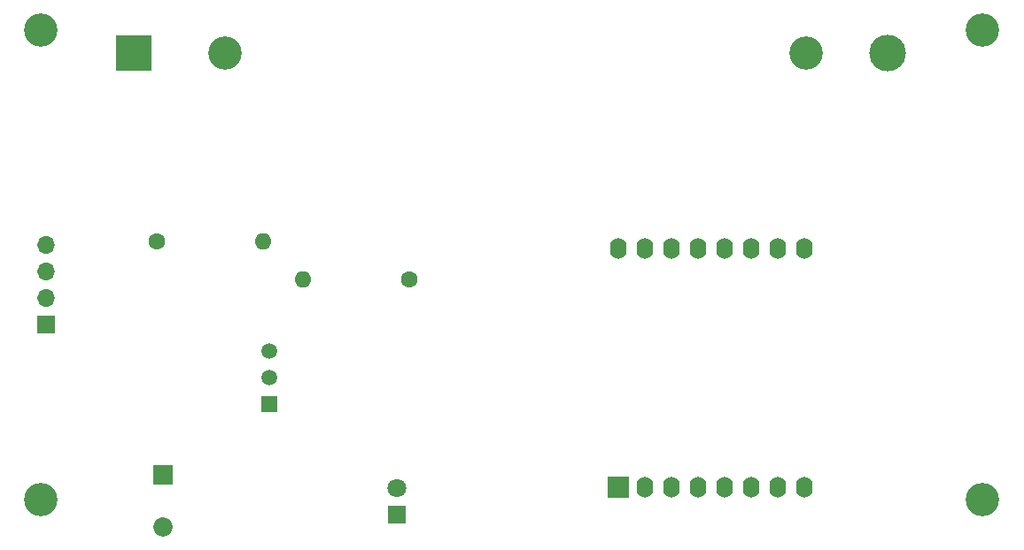
<source format=gbr>
%TF.GenerationSoftware,KiCad,Pcbnew,(5.1.10-1-10_14)*%
%TF.CreationDate,2021-11-27T08:47:14+01:00*%
%TF.ProjectId,Distance_Measurement_V2,44697374-616e-4636-955f-4d6561737572,Version 2 Rev. 01*%
%TF.SameCoordinates,Original*%
%TF.FileFunction,Soldermask,Bot*%
%TF.FilePolarity,Negative*%
%FSLAX46Y46*%
G04 Gerber Fmt 4.6, Leading zero omitted, Abs format (unit mm)*
G04 Created by KiCad (PCBNEW (5.1.10-1-10_14)) date 2021-11-27 08:47:14*
%MOMM*%
%LPD*%
G01*
G04 APERTURE LIST*
%ADD10C,1.850000*%
%ADD11R,1.850000X1.850000*%
%ADD12C,3.200000*%
%ADD13R,3.500000X3.500000*%
%ADD14C,3.500000*%
%ADD15O,1.600000X2.000000*%
%ADD16R,2.000000X2.000000*%
%ADD17O,1.600000X1.600000*%
%ADD18C,1.600000*%
%ADD19R,1.500000X1.500000*%
%ADD20C,1.500000*%
%ADD21C,1.800000*%
%ADD22R,1.800000X1.800000*%
%ADD23O,1.700000X1.700000*%
%ADD24R,1.700000X1.700000*%
G04 APERTURE END LIST*
D10*
%TO.C,LS1*%
X116128800Y-123414800D03*
D11*
X116128800Y-118414800D03*
%TD*%
D12*
%TO.C,BT1*%
X177589800Y-77978000D03*
X121979800Y-77978000D03*
D13*
X113334800Y-77978000D03*
D14*
X185334800Y-77978000D03*
%TD*%
D15*
%TO.C,U1*%
X159613600Y-96723200D03*
X162153600Y-96723200D03*
X164693600Y-96723200D03*
X167233600Y-96723200D03*
X169773600Y-96723200D03*
X172313600Y-96723200D03*
X174853600Y-96723200D03*
X177393600Y-96723200D03*
X177393600Y-119583200D03*
X174853600Y-119583200D03*
X172313600Y-119583200D03*
X169773600Y-119583200D03*
X167233600Y-119583200D03*
X164693600Y-119583200D03*
D16*
X159613600Y-119583200D03*
D15*
X162153600Y-119583200D03*
%TD*%
D17*
%TO.C,R2*%
X129489200Y-99669600D03*
D18*
X139649200Y-99669600D03*
%TD*%
D19*
%TO.C,Q1*%
X126238000Y-111633000D03*
D20*
X126238000Y-106553000D03*
X126238000Y-109093000D03*
%TD*%
D21*
%TO.C,D1*%
X138430000Y-119684800D03*
D22*
X138430000Y-122224800D03*
%TD*%
D23*
%TO.C,J1*%
X104902000Y-96393000D03*
X104902000Y-98933000D03*
X104902000Y-101473000D03*
D24*
X104902000Y-104013000D03*
%TD*%
D17*
%TO.C,R1*%
X125679200Y-96062800D03*
D18*
X115519200Y-96062800D03*
%TD*%
D12*
%TO.C,REF\u002A\u002A*%
X194440000Y-75794000D03*
%TD*%
%TO.C,REF\u002A\u002A*%
X104440000Y-75794000D03*
%TD*%
%TO.C,REF\u002A\u002A*%
X194440000Y-120794000D03*
%TD*%
%TO.C,REF\u002A\u002A*%
X104440000Y-120794000D03*
%TD*%
M02*

</source>
